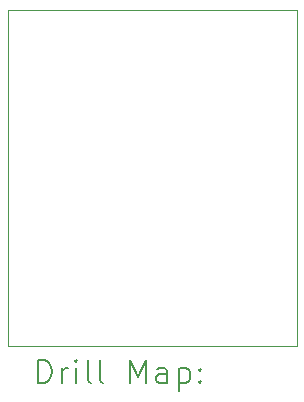
<source format=gbr>
%TF.GenerationSoftware,KiCad,Pcbnew,8.0.01-1-dev-1e03266dfe*%
%TF.CreationDate,2024-03-02T01:48:11-08:00*%
%TF.ProjectId,sfh7074_breakoutboard,73666837-3037-4345-9f62-7265616b6f75,rev?*%
%TF.SameCoordinates,Original*%
%TF.FileFunction,Drillmap*%
%TF.FilePolarity,Positive*%
%FSLAX45Y45*%
G04 Gerber Fmt 4.5, Leading zero omitted, Abs format (unit mm)*
G04 Created by KiCad (PCBNEW 8.0.01-1-dev-1e03266dfe) date 2024-03-02 01:48:11*
%MOMM*%
%LPD*%
G01*
G04 APERTURE LIST*
%ADD10C,0.050000*%
%ADD11C,0.200000*%
G04 APERTURE END LIST*
D10*
X1975000Y-1450000D02*
X4425000Y-1450000D01*
X4425000Y-4300000D01*
X1975000Y-4300000D01*
X1975000Y-1450000D01*
D11*
X2233277Y-4613984D02*
X2233277Y-4413984D01*
X2233277Y-4413984D02*
X2280896Y-4413984D01*
X2280896Y-4413984D02*
X2309467Y-4423508D01*
X2309467Y-4423508D02*
X2328515Y-4442555D01*
X2328515Y-4442555D02*
X2338039Y-4461603D01*
X2338039Y-4461603D02*
X2347563Y-4499698D01*
X2347563Y-4499698D02*
X2347563Y-4528270D01*
X2347563Y-4528270D02*
X2338039Y-4566365D01*
X2338039Y-4566365D02*
X2328515Y-4585412D01*
X2328515Y-4585412D02*
X2309467Y-4604460D01*
X2309467Y-4604460D02*
X2280896Y-4613984D01*
X2280896Y-4613984D02*
X2233277Y-4613984D01*
X2433277Y-4613984D02*
X2433277Y-4480650D01*
X2433277Y-4518746D02*
X2442801Y-4499698D01*
X2442801Y-4499698D02*
X2452324Y-4490174D01*
X2452324Y-4490174D02*
X2471372Y-4480650D01*
X2471372Y-4480650D02*
X2490420Y-4480650D01*
X2557086Y-4613984D02*
X2557086Y-4480650D01*
X2557086Y-4413984D02*
X2547563Y-4423508D01*
X2547563Y-4423508D02*
X2557086Y-4433031D01*
X2557086Y-4433031D02*
X2566610Y-4423508D01*
X2566610Y-4423508D02*
X2557086Y-4413984D01*
X2557086Y-4413984D02*
X2557086Y-4433031D01*
X2680896Y-4613984D02*
X2661848Y-4604460D01*
X2661848Y-4604460D02*
X2652324Y-4585412D01*
X2652324Y-4585412D02*
X2652324Y-4413984D01*
X2785658Y-4613984D02*
X2766610Y-4604460D01*
X2766610Y-4604460D02*
X2757086Y-4585412D01*
X2757086Y-4585412D02*
X2757086Y-4413984D01*
X3014229Y-4613984D02*
X3014229Y-4413984D01*
X3014229Y-4413984D02*
X3080896Y-4556841D01*
X3080896Y-4556841D02*
X3147562Y-4413984D01*
X3147562Y-4413984D02*
X3147562Y-4613984D01*
X3328515Y-4613984D02*
X3328515Y-4509222D01*
X3328515Y-4509222D02*
X3318991Y-4490174D01*
X3318991Y-4490174D02*
X3299943Y-4480650D01*
X3299943Y-4480650D02*
X3261848Y-4480650D01*
X3261848Y-4480650D02*
X3242801Y-4490174D01*
X3328515Y-4604460D02*
X3309467Y-4613984D01*
X3309467Y-4613984D02*
X3261848Y-4613984D01*
X3261848Y-4613984D02*
X3242801Y-4604460D01*
X3242801Y-4604460D02*
X3233277Y-4585412D01*
X3233277Y-4585412D02*
X3233277Y-4566365D01*
X3233277Y-4566365D02*
X3242801Y-4547317D01*
X3242801Y-4547317D02*
X3261848Y-4537793D01*
X3261848Y-4537793D02*
X3309467Y-4537793D01*
X3309467Y-4537793D02*
X3328515Y-4528270D01*
X3423753Y-4480650D02*
X3423753Y-4680650D01*
X3423753Y-4490174D02*
X3442801Y-4480650D01*
X3442801Y-4480650D02*
X3480896Y-4480650D01*
X3480896Y-4480650D02*
X3499943Y-4490174D01*
X3499943Y-4490174D02*
X3509467Y-4499698D01*
X3509467Y-4499698D02*
X3518991Y-4518746D01*
X3518991Y-4518746D02*
X3518991Y-4575889D01*
X3518991Y-4575889D02*
X3509467Y-4594936D01*
X3509467Y-4594936D02*
X3499943Y-4604460D01*
X3499943Y-4604460D02*
X3480896Y-4613984D01*
X3480896Y-4613984D02*
X3442801Y-4613984D01*
X3442801Y-4613984D02*
X3423753Y-4604460D01*
X3604705Y-4594936D02*
X3614229Y-4604460D01*
X3614229Y-4604460D02*
X3604705Y-4613984D01*
X3604705Y-4613984D02*
X3595182Y-4604460D01*
X3595182Y-4604460D02*
X3604705Y-4594936D01*
X3604705Y-4594936D02*
X3604705Y-4613984D01*
X3604705Y-4490174D02*
X3614229Y-4499698D01*
X3614229Y-4499698D02*
X3604705Y-4509222D01*
X3604705Y-4509222D02*
X3595182Y-4499698D01*
X3595182Y-4499698D02*
X3604705Y-4490174D01*
X3604705Y-4490174D02*
X3604705Y-4509222D01*
M02*

</source>
